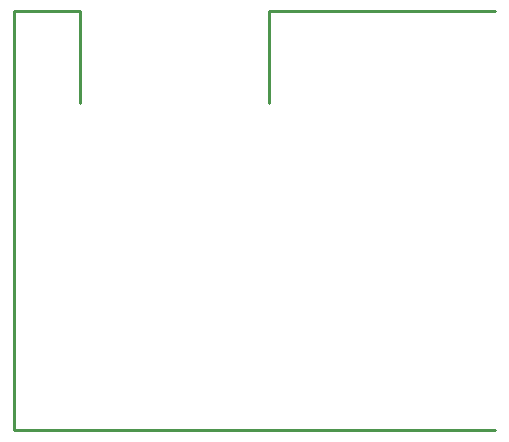
<source format=gm1>
G04*
G04 #@! TF.GenerationSoftware,Altium Limited,Altium Designer,24.1.2 (44)*
G04*
G04 Layer_Color=16711935*
%FSLAX25Y25*%
%MOIN*%
G70*
G04*
G04 #@! TF.SameCoordinates,C2AC8D72-DAC2-4925-AC6E-3273F7DC1B7E*
G04*
G04*
G04 #@! TF.FilePolarity,Positive*
G04*
G01*
G75*
%ADD13C,0.01000*%
D13*
X125000Y121000D02*
X285500D01*
X210000Y260500D02*
X285500D01*
X210000Y230000D02*
Y260500D01*
X147000Y230000D02*
Y260500D01*
X125000D02*
X147000D01*
X125000Y121000D02*
Y260500D01*
M02*

</source>
